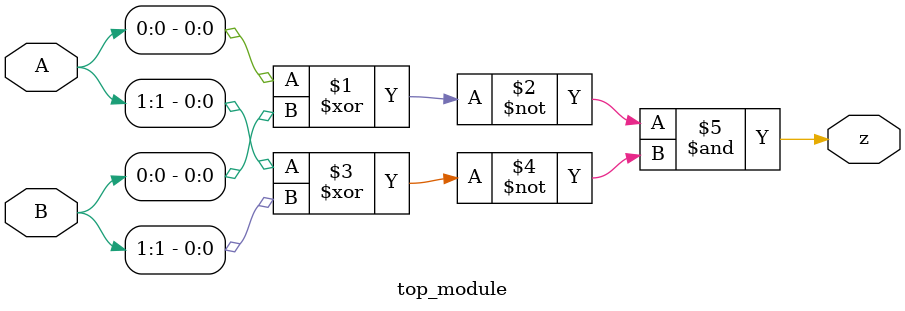
<source format=v>
module top_module ( input [1:0] A, input [1:0] B, output z ); 
    assign z = (~(A[0] ^ B[0])) & (~(A[1] ^ B[1]));
endmodule

</source>
